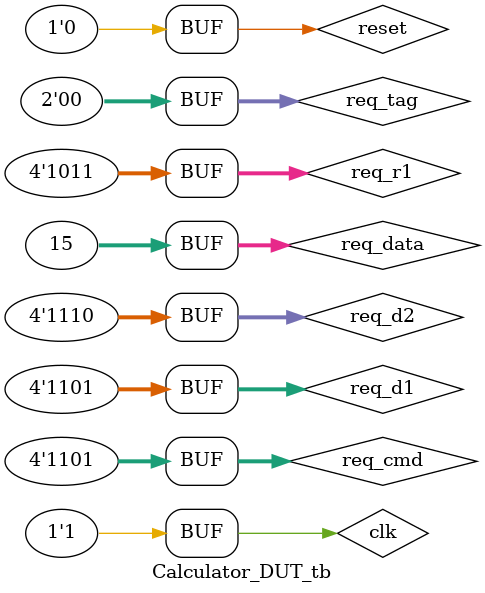
<source format=sv>
module Calculator_DUT_tb;

    logic clk;
    logic reset;
    logic [0:1] req_tag;
    logic [0:3] req_cmd;
    logic [0:3] req_d1;
    logic [0:3] req_d2;
    logic [0:3] req_r1;
    logic [0:31] req_data;
    logic [0:1] out_resp;
    logic [0:1] out_tag;
    logic [0:31] out_data;

    // Instance of the Calculator_DUT module
    Calculator_DUT DUT (
        .clk(clk),
        .reset(reset),
        .req_tag(req_tag),
        .req_cmd(req_cmd),
        .req_d1(req_d1),
        .req_d2(req_d2),
        .req_r1(req_r1),
        .req_data(req_data),
        .out_resp(out_resp),
        .out_tag(out_tag),
        .out_data(out_data)
    );

    // Clock generation
    initial begin
        clk = 1;
    end

    // Test sequence
    initial begin
        // Initial reset
        reset = 1;
        #10; // Wait for the reset to take effect
        reset = 0;
        #10; // End of reset

        // Initialize registers with values 0 to 15
        for (int i = 0; i < 16; i++) begin
            req_cmd = 4'b1001; // CMD_STORE command
            req_r1 = i; // Register index, ensuring 4 bits are used
            req_data = i; // Correct value to store, from 0 up to 15 for the last register
            req_tag = 2'b00; // Optionally set a tag if needed for your test logic
            #10; // Allow some time for the command to be processed
            clk = 1; #5; clk = 0; #5; // Manually toggle the clock to simulate clock edge
        end

        req_cmd = 4'b0000;

        #10;

        clk = 1; #5;

        // Test ADD command
        req_cmd = 4'b0001; // CMD_ADD
        req_d1 = 4; // Register 4
        req_d2 = 5; // Register 5
        req_r1 = 6; // Result stored in Register 6

clk = 0; #5;
clk = 1; #5;
        // Test SUBTRACT command
        req_cmd = 4'b0010; // CMD_SUBTRACT
        req_d1 = 7; // Register 7
        req_d2 = 8; // Register 8
        req_r1 = 9; // Result stored in Register 9

clk = 0; #5;
clk = 1; #5;
        // Test SHIFT_LEFT command
        req_cmd = 4'b0101; // CMD_SHIFT_LEFT
        req_d1 = 2; // Register 2
        req_d2 = 1; // Shift amount
        req_r1 = 3; // Result stored in Register 3

clk = 0; #5;
clk = 1; #5;
        // Test SHIFT_RIGHT command
        req_cmd = 4'b0110; // CMD_SHIFT_RIGHT
        req_d1 = 10; // Register 10
        req_d2 = 1; // Shift amount
        req_r1 = 11; // Result stored in Register 11

clk = 0; #5;
clk = 1; #5;
        // Test FETCH command
        req_cmd = 4'b1010; // CMD_FETCH
        req_d1 = 3; // Register 3 (value to fetch)

clk = 0; #5;
clk = 1; #5;
        // Test BRANCH_IF_ZERO command
        // Assuming this command alters the flow based on the zero condition
        req_cmd = 4'b1100; // CMD_BRANCH_IF_ZERO
        req_d1 = 12; // Register 12 (test for zero)

clk = 0; #5;
clk = 1; #5;
        // Test BRANCH_IF_EQUAL command
        req_cmd = 4'b1101; // CMD_BRANCH_IF_EQUAL
        req_d1 = 13; // Register 13
        req_d2 = 14; // Register 14 (test for equality with Register 13)


    end

endmodule

</source>
